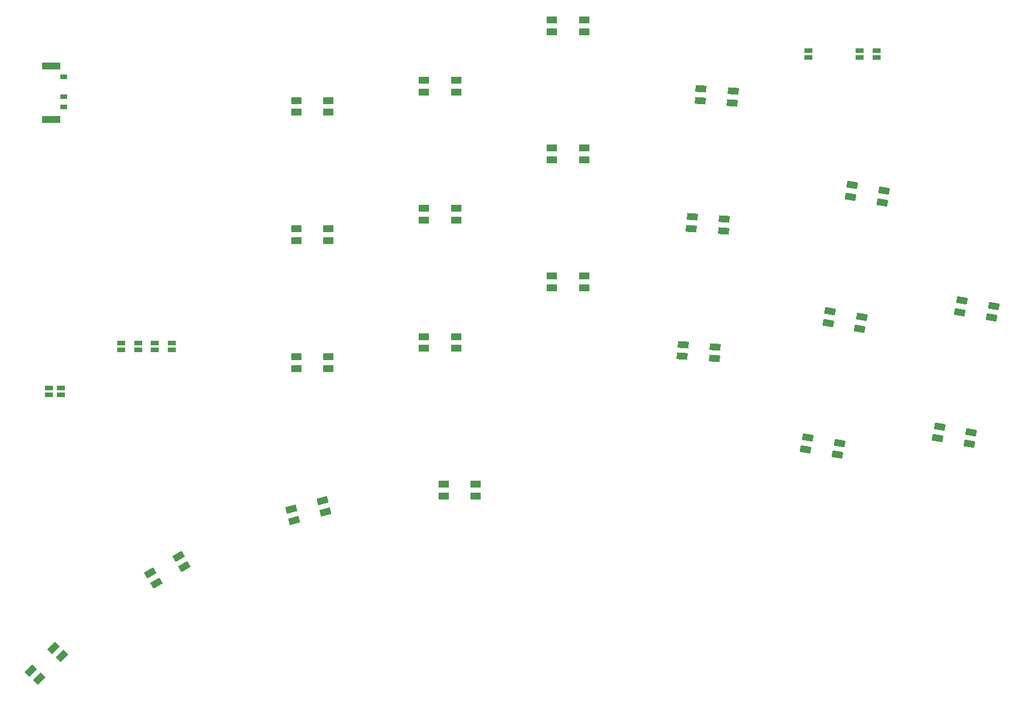
<source format=gtp>
G04 #@! TF.GenerationSoftware,KiCad,Pcbnew,(6.0.9)*
G04 #@! TF.CreationDate,2022-12-21T13:42:31-08:00*
G04 #@! TF.ProjectId,klor1_3,6b6c6f72-315f-4332-9e6b-696361645f70,v1.3.0*
G04 #@! TF.SameCoordinates,Original*
G04 #@! TF.FileFunction,Paste,Top*
G04 #@! TF.FilePolarity,Positive*
%FSLAX46Y46*%
G04 Gerber Fmt 4.6, Leading zero omitted, Abs format (unit mm)*
G04 Created by KiCad (PCBNEW (6.0.9)) date 2022-12-21 13:42:31*
%MOMM*%
%LPD*%
G01*
G04 APERTURE LIST*
G04 Aperture macros list*
%AMRotRect*
0 Rectangle, with rotation*
0 The origin of the aperture is its center*
0 $1 length*
0 $2 width*
0 $3 Rotation angle, in degrees counterclockwise*
0 Add horizontal line*
21,1,$1,$2,0,0,$3*%
G04 Aperture macros list end*
%ADD10R,1.143000X0.635000*%
%ADD11RotRect,1.600000X1.000000X225.000000*%
%ADD12R,1.600000X1.000000*%
%ADD13RotRect,1.600000X1.000000X176.000000*%
%ADD14RotRect,1.600000X1.000000X195.000000*%
%ADD15RotRect,1.600000X1.000000X170.000000*%
%ADD16RotRect,1.600000X1.000000X210.000000*%
%ADD17R,1.000000X0.700000*%
%ADD18R,2.800000X1.000000*%
G04 APERTURE END LIST*
D10*
X82253963Y-104369421D03*
X82253963Y-105370181D03*
D11*
X82915370Y-143059149D03*
X84152806Y-144296586D03*
X80758694Y-147690698D03*
X79521257Y-146453262D03*
D12*
X145765363Y-118693038D03*
X145765363Y-120443038D03*
X140965363Y-120443038D03*
X140965363Y-118693038D03*
D13*
X184075843Y-60205007D03*
X183953769Y-61950744D03*
X179165462Y-61615913D03*
X179287536Y-59870176D03*
D10*
X92974964Y-97671801D03*
X92974964Y-98672561D03*
D14*
X122919369Y-121170178D03*
X123372302Y-122860548D03*
X118735858Y-124102880D03*
X118282925Y-122412510D03*
D12*
X161865363Y-68670441D03*
X161865363Y-70420441D03*
X157065363Y-70420441D03*
X157065363Y-68670441D03*
D15*
X222818812Y-92195612D03*
X222514927Y-93919026D03*
X217787850Y-93085515D03*
X218091735Y-91362101D03*
D13*
X181414970Y-98257280D03*
X181292896Y-100003017D03*
X176504589Y-99668186D03*
X176626663Y-97922449D03*
D12*
X123821933Y-80670441D03*
X123821933Y-82420441D03*
X119021933Y-82420441D03*
X119021933Y-80670441D03*
D15*
X219506891Y-110978453D03*
X219203006Y-112701867D03*
X214475929Y-111868356D03*
X214779814Y-110144942D03*
D10*
X98013964Y-97671801D03*
X98013964Y-98672561D03*
D12*
X123821934Y-99743038D03*
X123821934Y-101493038D03*
X119021934Y-101493038D03*
X119021934Y-99743038D03*
D10*
X95519965Y-97671801D03*
X95519965Y-98672561D03*
D12*
X123821934Y-61597844D03*
X123821934Y-63347844D03*
X119021934Y-63347844D03*
X119021934Y-61597844D03*
D10*
X202878964Y-55220560D03*
X202878964Y-54219800D03*
D13*
X182745407Y-79231142D03*
X182623333Y-80976879D03*
X177835026Y-80642048D03*
X177957100Y-78896311D03*
D10*
X195278964Y-55220561D03*
X195278964Y-54219801D03*
D12*
X161865363Y-49597845D03*
X161865363Y-51347845D03*
X157065363Y-51347845D03*
X157065363Y-49597845D03*
D16*
X101492080Y-129481005D03*
X102367080Y-130996550D03*
X98210158Y-133396550D03*
X97335158Y-131881005D03*
D10*
X100558965Y-97671801D03*
X100558965Y-98672561D03*
D15*
X199904653Y-112599184D03*
X199600768Y-114322598D03*
X194873691Y-113489087D03*
X195177576Y-111765673D03*
D12*
X142815363Y-96743038D03*
X142815363Y-98493038D03*
X138015363Y-98493038D03*
X138015363Y-96743038D03*
X142815364Y-77670441D03*
X142815364Y-79420441D03*
X138015364Y-79420441D03*
X138015364Y-77670441D03*
D15*
X206528497Y-75033501D03*
X206224612Y-76756915D03*
X201497535Y-75923404D03*
X201801420Y-74199990D03*
D17*
X84455193Y-58046409D03*
X84455193Y-61046409D03*
X84455193Y-62546409D03*
D18*
X82555193Y-56446409D03*
X82555193Y-64396409D03*
D10*
X84028965Y-104369421D03*
X84028965Y-105370181D03*
X205453965Y-55220561D03*
X205453965Y-54219801D03*
D12*
X161865363Y-87743038D03*
X161865363Y-89493038D03*
X157065363Y-89493038D03*
X157065363Y-87743038D03*
D15*
X203216575Y-93816341D03*
X202912690Y-95539755D03*
X198185613Y-94706244D03*
X198489498Y-92982830D03*
D12*
X142815364Y-58597845D03*
X142815364Y-60347845D03*
X138015364Y-60347845D03*
X138015364Y-58597845D03*
M02*

</source>
